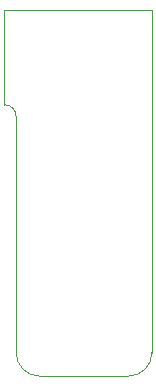
<source format=gbr>
%TF.GenerationSoftware,KiCad,Pcbnew,(6.0.2-0)*%
%TF.CreationDate,2022-03-05T14:02:12+00:00*%
%TF.ProjectId,Generic5,47656e65-7269-4633-952e-6b696361645f,1*%
%TF.SameCoordinates,Original*%
%TF.FileFunction,Profile,NP*%
%FSLAX46Y46*%
G04 Gerber Fmt 4.6, Leading zero omitted, Abs format (unit mm)*
G04 Created by KiCad (PCBNEW (6.0.2-0)) date 2022-03-05 14:02:12*
%MOMM*%
%LPD*%
G01*
G04 APERTURE LIST*
%TA.AperFunction,Profile*%
%ADD10C,0.100000*%
%TD*%
G04 APERTURE END LIST*
D10*
X158000000Y-52000000D02*
G75*
G03*
X160000000Y-50000000I1J1999999D01*
G01*
X148500000Y-50000000D02*
G75*
G03*
X150500000Y-52000000I1999999J-1D01*
G01*
X160000000Y-50000000D02*
X160000000Y-21000000D01*
X150500000Y-52000000D02*
X158000000Y-52000000D01*
X148500000Y-30000000D02*
X148500000Y-50000000D01*
X160000000Y-21000000D02*
X147500000Y-21000000D01*
X148500000Y-30000000D02*
G75*
G03*
X147500000Y-29000000I-999999J1D01*
G01*
X147500000Y-21000000D02*
X147500000Y-29000000D01*
M02*

</source>
